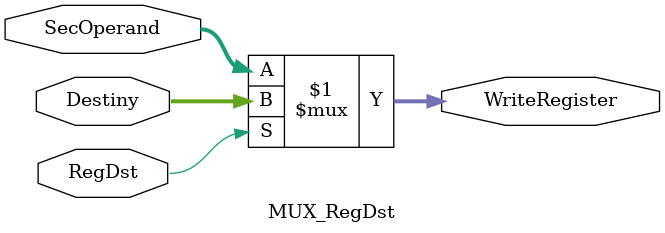
<source format=v>
module MUX_RegDst(

    input wire [4:0] SecOperand,
    input wire [4:0] Destiny,
    input wire RegDst,
    output wire [4:0] WriteRegister

);

assign WriteRegister = RegDst ? Destiny : SecOperand;

endmodule
</source>
